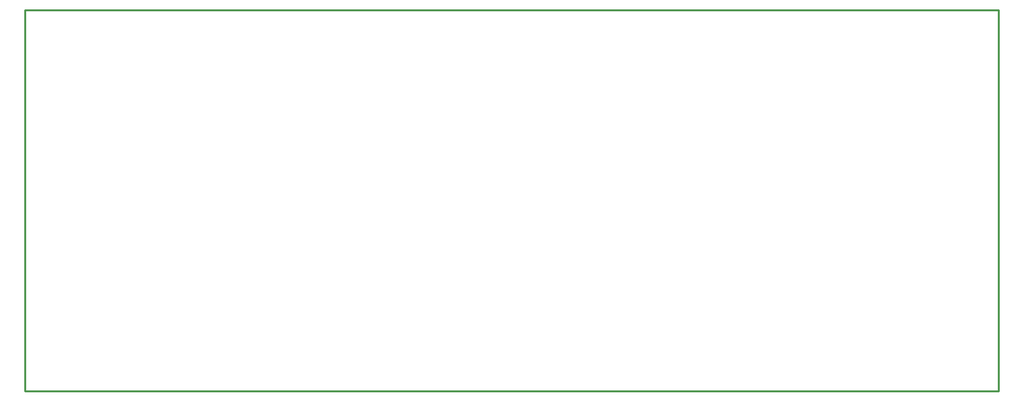
<source format=gbr>
G04 #@! TF.FileFunction,Profile,NP*
%FSLAX46Y46*%
G04 Gerber Fmt 4.6, Leading zero omitted, Abs format (unit mm)*
G04 Created by KiCad (PCBNEW 4.0.7) date 07/16/18 22:43:41*
%MOMM*%
%LPD*%
G01*
G04 APERTURE LIST*
%ADD10C,0.100000*%
%ADD11C,0.500000*%
G04 APERTURE END LIST*
D10*
D11*
X275000000Y-30000000D02*
X275000000Y-130000000D01*
X20000000Y-30000000D02*
X275000000Y-30000000D01*
X20000000Y-30000000D02*
X20000000Y-130000000D01*
X275000000Y-130000000D02*
X20000000Y-130000000D01*
M02*

</source>
